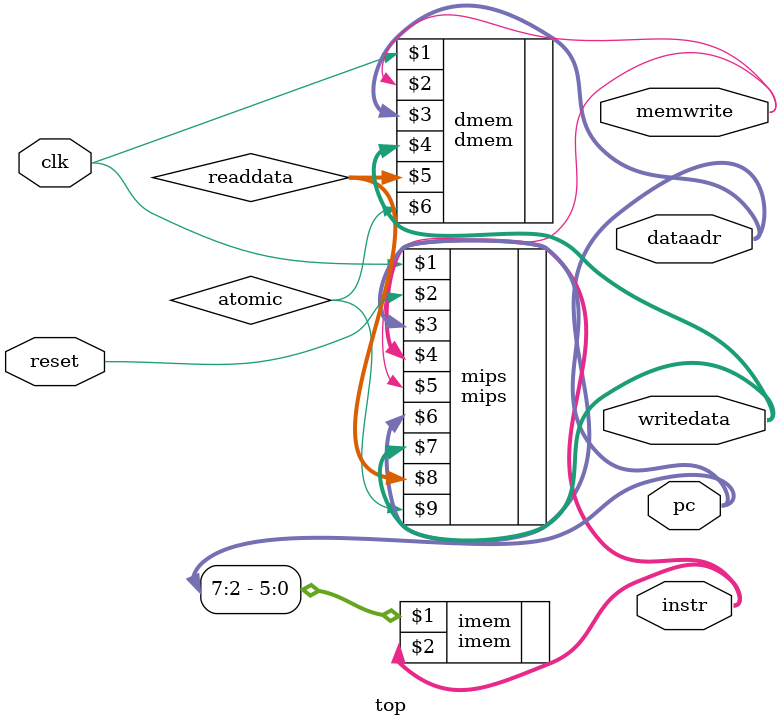
<source format=v>
`timescale 1ns / 1ps

// top.v

// David_Harris@hmc.edu 9 November 2005

// Top level system including MIPS and memories

//------------------------------------------------



module top( input         clk, reset,
 
           output [31:0] writedata, dataadr,
 
           output        memwrite,
			  
			  output [31:0] pc, instr
			  
			  );



  wire [31:0]  readdata;


  
  // instantiate processor and memories


  mips mips(clk, reset, pc, instr, memwrite, dataadr, writedata, readdata,atomic);

  imem imem(pc[7:2], instr);

  dmem dmem(clk, memwrite, dataadr, writedata, readdata,atomic);



endmodule

</source>
